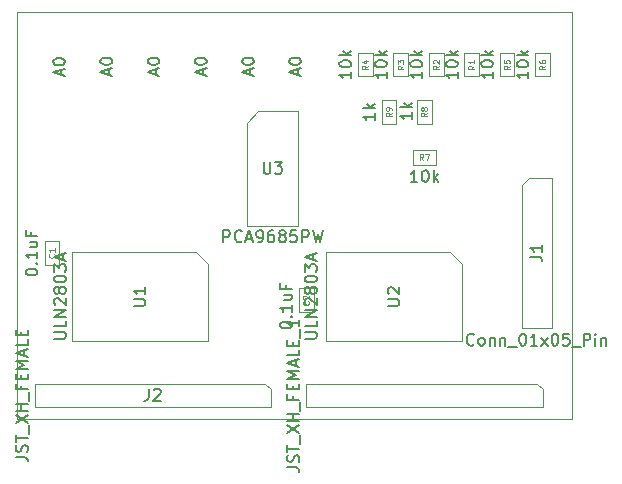
<source format=gbr>
%TF.GenerationSoftware,KiCad,Pcbnew,8.0.4*%
%TF.CreationDate,2024-10-03T15:25:37-05:00*%
%TF.ProjectId,Haptics PWM module,48617074-6963-4732-9050-574d206d6f64,rev?*%
%TF.SameCoordinates,Original*%
%TF.FileFunction,Profile,NP*%
%FSLAX46Y46*%
G04 Gerber Fmt 4.6, Leading zero omitted, Abs format (unit mm)*
G04 Created by KiCad (PCBNEW 8.0.4) date 2024-10-03 15:25:37*
%MOMM*%
%LPD*%
G01*
G04 APERTURE LIST*
%TA.AperFunction,Profile*%
%ADD10C,0.050000*%
%TD*%
%ADD11C,0.150000*%
%ADD12C,0.080000*%
%ADD13C,0.100000*%
G04 APERTURE END LIST*
D10*
X80000000Y-112500000D02*
X127000000Y-112500000D01*
X127000000Y-147000000D01*
X80000000Y-147000000D01*
X80000000Y-112500000D01*
D11*
X83154819Y-140197618D02*
X83964342Y-140197618D01*
X83964342Y-140197618D02*
X84059580Y-140149999D01*
X84059580Y-140149999D02*
X84107200Y-140102380D01*
X84107200Y-140102380D02*
X84154819Y-140007142D01*
X84154819Y-140007142D02*
X84154819Y-139816666D01*
X84154819Y-139816666D02*
X84107200Y-139721428D01*
X84107200Y-139721428D02*
X84059580Y-139673809D01*
X84059580Y-139673809D02*
X83964342Y-139626190D01*
X83964342Y-139626190D02*
X83154819Y-139626190D01*
X84154819Y-138673809D02*
X84154819Y-139149999D01*
X84154819Y-139149999D02*
X83154819Y-139149999D01*
X84154819Y-138340475D02*
X83154819Y-138340475D01*
X83154819Y-138340475D02*
X84154819Y-137769047D01*
X84154819Y-137769047D02*
X83154819Y-137769047D01*
X83250057Y-137340475D02*
X83202438Y-137292856D01*
X83202438Y-137292856D02*
X83154819Y-137197618D01*
X83154819Y-137197618D02*
X83154819Y-136959523D01*
X83154819Y-136959523D02*
X83202438Y-136864285D01*
X83202438Y-136864285D02*
X83250057Y-136816666D01*
X83250057Y-136816666D02*
X83345295Y-136769047D01*
X83345295Y-136769047D02*
X83440533Y-136769047D01*
X83440533Y-136769047D02*
X83583390Y-136816666D01*
X83583390Y-136816666D02*
X84154819Y-137388094D01*
X84154819Y-137388094D02*
X84154819Y-136769047D01*
X83583390Y-136197618D02*
X83535771Y-136292856D01*
X83535771Y-136292856D02*
X83488152Y-136340475D01*
X83488152Y-136340475D02*
X83392914Y-136388094D01*
X83392914Y-136388094D02*
X83345295Y-136388094D01*
X83345295Y-136388094D02*
X83250057Y-136340475D01*
X83250057Y-136340475D02*
X83202438Y-136292856D01*
X83202438Y-136292856D02*
X83154819Y-136197618D01*
X83154819Y-136197618D02*
X83154819Y-136007142D01*
X83154819Y-136007142D02*
X83202438Y-135911904D01*
X83202438Y-135911904D02*
X83250057Y-135864285D01*
X83250057Y-135864285D02*
X83345295Y-135816666D01*
X83345295Y-135816666D02*
X83392914Y-135816666D01*
X83392914Y-135816666D02*
X83488152Y-135864285D01*
X83488152Y-135864285D02*
X83535771Y-135911904D01*
X83535771Y-135911904D02*
X83583390Y-136007142D01*
X83583390Y-136007142D02*
X83583390Y-136197618D01*
X83583390Y-136197618D02*
X83631009Y-136292856D01*
X83631009Y-136292856D02*
X83678628Y-136340475D01*
X83678628Y-136340475D02*
X83773866Y-136388094D01*
X83773866Y-136388094D02*
X83964342Y-136388094D01*
X83964342Y-136388094D02*
X84059580Y-136340475D01*
X84059580Y-136340475D02*
X84107200Y-136292856D01*
X84107200Y-136292856D02*
X84154819Y-136197618D01*
X84154819Y-136197618D02*
X84154819Y-136007142D01*
X84154819Y-136007142D02*
X84107200Y-135911904D01*
X84107200Y-135911904D02*
X84059580Y-135864285D01*
X84059580Y-135864285D02*
X83964342Y-135816666D01*
X83964342Y-135816666D02*
X83773866Y-135816666D01*
X83773866Y-135816666D02*
X83678628Y-135864285D01*
X83678628Y-135864285D02*
X83631009Y-135911904D01*
X83631009Y-135911904D02*
X83583390Y-136007142D01*
X83154819Y-135197618D02*
X83154819Y-135102380D01*
X83154819Y-135102380D02*
X83202438Y-135007142D01*
X83202438Y-135007142D02*
X83250057Y-134959523D01*
X83250057Y-134959523D02*
X83345295Y-134911904D01*
X83345295Y-134911904D02*
X83535771Y-134864285D01*
X83535771Y-134864285D02*
X83773866Y-134864285D01*
X83773866Y-134864285D02*
X83964342Y-134911904D01*
X83964342Y-134911904D02*
X84059580Y-134959523D01*
X84059580Y-134959523D02*
X84107200Y-135007142D01*
X84107200Y-135007142D02*
X84154819Y-135102380D01*
X84154819Y-135102380D02*
X84154819Y-135197618D01*
X84154819Y-135197618D02*
X84107200Y-135292856D01*
X84107200Y-135292856D02*
X84059580Y-135340475D01*
X84059580Y-135340475D02*
X83964342Y-135388094D01*
X83964342Y-135388094D02*
X83773866Y-135435713D01*
X83773866Y-135435713D02*
X83535771Y-135435713D01*
X83535771Y-135435713D02*
X83345295Y-135388094D01*
X83345295Y-135388094D02*
X83250057Y-135340475D01*
X83250057Y-135340475D02*
X83202438Y-135292856D01*
X83202438Y-135292856D02*
X83154819Y-135197618D01*
X83154819Y-134530951D02*
X83154819Y-133911904D01*
X83154819Y-133911904D02*
X83535771Y-134245237D01*
X83535771Y-134245237D02*
X83535771Y-134102380D01*
X83535771Y-134102380D02*
X83583390Y-134007142D01*
X83583390Y-134007142D02*
X83631009Y-133959523D01*
X83631009Y-133959523D02*
X83726247Y-133911904D01*
X83726247Y-133911904D02*
X83964342Y-133911904D01*
X83964342Y-133911904D02*
X84059580Y-133959523D01*
X84059580Y-133959523D02*
X84107200Y-134007142D01*
X84107200Y-134007142D02*
X84154819Y-134102380D01*
X84154819Y-134102380D02*
X84154819Y-134388094D01*
X84154819Y-134388094D02*
X84107200Y-134483332D01*
X84107200Y-134483332D02*
X84059580Y-134530951D01*
X83869104Y-133530951D02*
X83869104Y-133054761D01*
X84154819Y-133626189D02*
X83154819Y-133292856D01*
X83154819Y-133292856D02*
X84154819Y-132959523D01*
X89874819Y-137411904D02*
X90684342Y-137411904D01*
X90684342Y-137411904D02*
X90779580Y-137364285D01*
X90779580Y-137364285D02*
X90827200Y-137316666D01*
X90827200Y-137316666D02*
X90874819Y-137221428D01*
X90874819Y-137221428D02*
X90874819Y-137030952D01*
X90874819Y-137030952D02*
X90827200Y-136935714D01*
X90827200Y-136935714D02*
X90779580Y-136888095D01*
X90779580Y-136888095D02*
X90684342Y-136840476D01*
X90684342Y-136840476D02*
X89874819Y-136840476D01*
X90874819Y-135840476D02*
X90874819Y-136411904D01*
X90874819Y-136126190D02*
X89874819Y-136126190D01*
X89874819Y-136126190D02*
X90017676Y-136221428D01*
X90017676Y-136221428D02*
X90112914Y-136316666D01*
X90112914Y-136316666D02*
X90160533Y-136411904D01*
X110304819Y-121119047D02*
X110304819Y-121690475D01*
X110304819Y-121404761D02*
X109304819Y-121404761D01*
X109304819Y-121404761D02*
X109447676Y-121499999D01*
X109447676Y-121499999D02*
X109542914Y-121595237D01*
X109542914Y-121595237D02*
X109590533Y-121690475D01*
X110304819Y-120690475D02*
X109304819Y-120690475D01*
X109923866Y-120595237D02*
X110304819Y-120309523D01*
X109638152Y-120309523D02*
X110019104Y-120690475D01*
D12*
X111727149Y-121083333D02*
X111489054Y-121249999D01*
X111727149Y-121369047D02*
X111227149Y-121369047D01*
X111227149Y-121369047D02*
X111227149Y-121178571D01*
X111227149Y-121178571D02*
X111250959Y-121130952D01*
X111250959Y-121130952D02*
X111274768Y-121107142D01*
X111274768Y-121107142D02*
X111322387Y-121083333D01*
X111322387Y-121083333D02*
X111393816Y-121083333D01*
X111393816Y-121083333D02*
X111441435Y-121107142D01*
X111441435Y-121107142D02*
X111465244Y-121130952D01*
X111465244Y-121130952D02*
X111489054Y-121178571D01*
X111489054Y-121178571D02*
X111489054Y-121369047D01*
X111727149Y-120845237D02*
X111727149Y-120749999D01*
X111727149Y-120749999D02*
X111703340Y-120702380D01*
X111703340Y-120702380D02*
X111679530Y-120678571D01*
X111679530Y-120678571D02*
X111608101Y-120630952D01*
X111608101Y-120630952D02*
X111512863Y-120607142D01*
X111512863Y-120607142D02*
X111322387Y-120607142D01*
X111322387Y-120607142D02*
X111274768Y-120630952D01*
X111274768Y-120630952D02*
X111250959Y-120654761D01*
X111250959Y-120654761D02*
X111227149Y-120702380D01*
X111227149Y-120702380D02*
X111227149Y-120797618D01*
X111227149Y-120797618D02*
X111250959Y-120845237D01*
X111250959Y-120845237D02*
X111274768Y-120869047D01*
X111274768Y-120869047D02*
X111322387Y-120892856D01*
X111322387Y-120892856D02*
X111441435Y-120892856D01*
X111441435Y-120892856D02*
X111489054Y-120869047D01*
X111489054Y-120869047D02*
X111512863Y-120845237D01*
X111512863Y-120845237D02*
X111536673Y-120797618D01*
X111536673Y-120797618D02*
X111536673Y-120702380D01*
X111536673Y-120702380D02*
X111512863Y-120654761D01*
X111512863Y-120654761D02*
X111489054Y-120630952D01*
X111489054Y-120630952D02*
X111441435Y-120607142D01*
D11*
X102894819Y-151071429D02*
X103609104Y-151071429D01*
X103609104Y-151071429D02*
X103751961Y-151119048D01*
X103751961Y-151119048D02*
X103847200Y-151214286D01*
X103847200Y-151214286D02*
X103894819Y-151357143D01*
X103894819Y-151357143D02*
X103894819Y-151452381D01*
X103847200Y-150642857D02*
X103894819Y-150500000D01*
X103894819Y-150500000D02*
X103894819Y-150261905D01*
X103894819Y-150261905D02*
X103847200Y-150166667D01*
X103847200Y-150166667D02*
X103799580Y-150119048D01*
X103799580Y-150119048D02*
X103704342Y-150071429D01*
X103704342Y-150071429D02*
X103609104Y-150071429D01*
X103609104Y-150071429D02*
X103513866Y-150119048D01*
X103513866Y-150119048D02*
X103466247Y-150166667D01*
X103466247Y-150166667D02*
X103418628Y-150261905D01*
X103418628Y-150261905D02*
X103371009Y-150452381D01*
X103371009Y-150452381D02*
X103323390Y-150547619D01*
X103323390Y-150547619D02*
X103275771Y-150595238D01*
X103275771Y-150595238D02*
X103180533Y-150642857D01*
X103180533Y-150642857D02*
X103085295Y-150642857D01*
X103085295Y-150642857D02*
X102990057Y-150595238D01*
X102990057Y-150595238D02*
X102942438Y-150547619D01*
X102942438Y-150547619D02*
X102894819Y-150452381D01*
X102894819Y-150452381D02*
X102894819Y-150214286D01*
X102894819Y-150214286D02*
X102942438Y-150071429D01*
X102894819Y-149785714D02*
X102894819Y-149214286D01*
X103894819Y-149500000D02*
X102894819Y-149500000D01*
X103990057Y-149119048D02*
X103990057Y-148357143D01*
X102894819Y-148214285D02*
X103894819Y-147547619D01*
X102894819Y-147547619D02*
X103894819Y-148214285D01*
X103894819Y-147166666D02*
X102894819Y-147166666D01*
X103371009Y-147166666D02*
X103371009Y-146595238D01*
X103894819Y-146595238D02*
X102894819Y-146595238D01*
X103990057Y-146357143D02*
X103990057Y-145595238D01*
X103371009Y-145023809D02*
X103371009Y-145357142D01*
X103894819Y-145357142D02*
X102894819Y-145357142D01*
X102894819Y-145357142D02*
X102894819Y-144880952D01*
X103371009Y-144499999D02*
X103371009Y-144166666D01*
X103894819Y-144023809D02*
X103894819Y-144499999D01*
X103894819Y-144499999D02*
X102894819Y-144499999D01*
X102894819Y-144499999D02*
X102894819Y-144023809D01*
X103894819Y-143595237D02*
X102894819Y-143595237D01*
X102894819Y-143595237D02*
X103609104Y-143261904D01*
X103609104Y-143261904D02*
X102894819Y-142928571D01*
X102894819Y-142928571D02*
X103894819Y-142928571D01*
X103609104Y-142499999D02*
X103609104Y-142023809D01*
X103894819Y-142595237D02*
X102894819Y-142261904D01*
X102894819Y-142261904D02*
X103894819Y-141928571D01*
X103894819Y-141119047D02*
X103894819Y-141595237D01*
X103894819Y-141595237D02*
X102894819Y-141595237D01*
X103371009Y-140785713D02*
X103371009Y-140452380D01*
X103894819Y-140309523D02*
X103894819Y-140785713D01*
X103894819Y-140785713D02*
X102894819Y-140785713D01*
X102894819Y-140785713D02*
X102894819Y-140309523D01*
X103990057Y-140119047D02*
X103990057Y-139357142D01*
X103894819Y-138595237D02*
X103894819Y-139166665D01*
X103894819Y-138880951D02*
X102894819Y-138880951D01*
X102894819Y-138880951D02*
X103037676Y-138976189D01*
X103037676Y-138976189D02*
X103132914Y-139071427D01*
X103132914Y-139071427D02*
X103180533Y-139166665D01*
X120304819Y-117595238D02*
X120304819Y-118166666D01*
X120304819Y-117880952D02*
X119304819Y-117880952D01*
X119304819Y-117880952D02*
X119447676Y-117976190D01*
X119447676Y-117976190D02*
X119542914Y-118071428D01*
X119542914Y-118071428D02*
X119590533Y-118166666D01*
X119304819Y-116976190D02*
X119304819Y-116880952D01*
X119304819Y-116880952D02*
X119352438Y-116785714D01*
X119352438Y-116785714D02*
X119400057Y-116738095D01*
X119400057Y-116738095D02*
X119495295Y-116690476D01*
X119495295Y-116690476D02*
X119685771Y-116642857D01*
X119685771Y-116642857D02*
X119923866Y-116642857D01*
X119923866Y-116642857D02*
X120114342Y-116690476D01*
X120114342Y-116690476D02*
X120209580Y-116738095D01*
X120209580Y-116738095D02*
X120257200Y-116785714D01*
X120257200Y-116785714D02*
X120304819Y-116880952D01*
X120304819Y-116880952D02*
X120304819Y-116976190D01*
X120304819Y-116976190D02*
X120257200Y-117071428D01*
X120257200Y-117071428D02*
X120209580Y-117119047D01*
X120209580Y-117119047D02*
X120114342Y-117166666D01*
X120114342Y-117166666D02*
X119923866Y-117214285D01*
X119923866Y-117214285D02*
X119685771Y-117214285D01*
X119685771Y-117214285D02*
X119495295Y-117166666D01*
X119495295Y-117166666D02*
X119400057Y-117119047D01*
X119400057Y-117119047D02*
X119352438Y-117071428D01*
X119352438Y-117071428D02*
X119304819Y-116976190D01*
X120304819Y-116214285D02*
X119304819Y-116214285D01*
X119923866Y-116119047D02*
X120304819Y-115833333D01*
X119638152Y-115833333D02*
X120019104Y-116214285D01*
D12*
X121727149Y-117083333D02*
X121489054Y-117249999D01*
X121727149Y-117369047D02*
X121227149Y-117369047D01*
X121227149Y-117369047D02*
X121227149Y-117178571D01*
X121227149Y-117178571D02*
X121250959Y-117130952D01*
X121250959Y-117130952D02*
X121274768Y-117107142D01*
X121274768Y-117107142D02*
X121322387Y-117083333D01*
X121322387Y-117083333D02*
X121393816Y-117083333D01*
X121393816Y-117083333D02*
X121441435Y-117107142D01*
X121441435Y-117107142D02*
X121465244Y-117130952D01*
X121465244Y-117130952D02*
X121489054Y-117178571D01*
X121489054Y-117178571D02*
X121489054Y-117369047D01*
X121227149Y-116630952D02*
X121227149Y-116869047D01*
X121227149Y-116869047D02*
X121465244Y-116892856D01*
X121465244Y-116892856D02*
X121441435Y-116869047D01*
X121441435Y-116869047D02*
X121417625Y-116821428D01*
X121417625Y-116821428D02*
X121417625Y-116702380D01*
X121417625Y-116702380D02*
X121441435Y-116654761D01*
X121441435Y-116654761D02*
X121465244Y-116630952D01*
X121465244Y-116630952D02*
X121512863Y-116607142D01*
X121512863Y-116607142D02*
X121631911Y-116607142D01*
X121631911Y-116607142D02*
X121679530Y-116630952D01*
X121679530Y-116630952D02*
X121703340Y-116654761D01*
X121703340Y-116654761D02*
X121727149Y-116702380D01*
X121727149Y-116702380D02*
X121727149Y-116821428D01*
X121727149Y-116821428D02*
X121703340Y-116869047D01*
X121703340Y-116869047D02*
X121679530Y-116892856D01*
D11*
X95769104Y-117851785D02*
X95769104Y-117375595D01*
X96054819Y-117947023D02*
X95054819Y-117613690D01*
X95054819Y-117613690D02*
X96054819Y-117280357D01*
X95054819Y-116756547D02*
X95054819Y-116661309D01*
X95054819Y-116661309D02*
X95102438Y-116566071D01*
X95102438Y-116566071D02*
X95150057Y-116518452D01*
X95150057Y-116518452D02*
X95245295Y-116470833D01*
X95245295Y-116470833D02*
X95435771Y-116423214D01*
X95435771Y-116423214D02*
X95673866Y-116423214D01*
X95673866Y-116423214D02*
X95864342Y-116470833D01*
X95864342Y-116470833D02*
X95959580Y-116518452D01*
X95959580Y-116518452D02*
X96007200Y-116566071D01*
X96007200Y-116566071D02*
X96054819Y-116661309D01*
X96054819Y-116661309D02*
X96054819Y-116756547D01*
X96054819Y-116756547D02*
X96007200Y-116851785D01*
X96007200Y-116851785D02*
X95959580Y-116899404D01*
X95959580Y-116899404D02*
X95864342Y-116947023D01*
X95864342Y-116947023D02*
X95673866Y-116994642D01*
X95673866Y-116994642D02*
X95435771Y-116994642D01*
X95435771Y-116994642D02*
X95245295Y-116947023D01*
X95245295Y-116947023D02*
X95150057Y-116899404D01*
X95150057Y-116899404D02*
X95102438Y-116851785D01*
X95102438Y-116851785D02*
X95054819Y-116756547D01*
X103769104Y-117851785D02*
X103769104Y-117375595D01*
X104054819Y-117947023D02*
X103054819Y-117613690D01*
X103054819Y-117613690D02*
X104054819Y-117280357D01*
X103054819Y-116756547D02*
X103054819Y-116661309D01*
X103054819Y-116661309D02*
X103102438Y-116566071D01*
X103102438Y-116566071D02*
X103150057Y-116518452D01*
X103150057Y-116518452D02*
X103245295Y-116470833D01*
X103245295Y-116470833D02*
X103435771Y-116423214D01*
X103435771Y-116423214D02*
X103673866Y-116423214D01*
X103673866Y-116423214D02*
X103864342Y-116470833D01*
X103864342Y-116470833D02*
X103959580Y-116518452D01*
X103959580Y-116518452D02*
X104007200Y-116566071D01*
X104007200Y-116566071D02*
X104054819Y-116661309D01*
X104054819Y-116661309D02*
X104054819Y-116756547D01*
X104054819Y-116756547D02*
X104007200Y-116851785D01*
X104007200Y-116851785D02*
X103959580Y-116899404D01*
X103959580Y-116899404D02*
X103864342Y-116947023D01*
X103864342Y-116947023D02*
X103673866Y-116994642D01*
X103673866Y-116994642D02*
X103435771Y-116994642D01*
X103435771Y-116994642D02*
X103245295Y-116947023D01*
X103245295Y-116947023D02*
X103150057Y-116899404D01*
X103150057Y-116899404D02*
X103102438Y-116851785D01*
X103102438Y-116851785D02*
X103054819Y-116756547D01*
X108304819Y-117595238D02*
X108304819Y-118166666D01*
X108304819Y-117880952D02*
X107304819Y-117880952D01*
X107304819Y-117880952D02*
X107447676Y-117976190D01*
X107447676Y-117976190D02*
X107542914Y-118071428D01*
X107542914Y-118071428D02*
X107590533Y-118166666D01*
X107304819Y-116976190D02*
X107304819Y-116880952D01*
X107304819Y-116880952D02*
X107352438Y-116785714D01*
X107352438Y-116785714D02*
X107400057Y-116738095D01*
X107400057Y-116738095D02*
X107495295Y-116690476D01*
X107495295Y-116690476D02*
X107685771Y-116642857D01*
X107685771Y-116642857D02*
X107923866Y-116642857D01*
X107923866Y-116642857D02*
X108114342Y-116690476D01*
X108114342Y-116690476D02*
X108209580Y-116738095D01*
X108209580Y-116738095D02*
X108257200Y-116785714D01*
X108257200Y-116785714D02*
X108304819Y-116880952D01*
X108304819Y-116880952D02*
X108304819Y-116976190D01*
X108304819Y-116976190D02*
X108257200Y-117071428D01*
X108257200Y-117071428D02*
X108209580Y-117119047D01*
X108209580Y-117119047D02*
X108114342Y-117166666D01*
X108114342Y-117166666D02*
X107923866Y-117214285D01*
X107923866Y-117214285D02*
X107685771Y-117214285D01*
X107685771Y-117214285D02*
X107495295Y-117166666D01*
X107495295Y-117166666D02*
X107400057Y-117119047D01*
X107400057Y-117119047D02*
X107352438Y-117071428D01*
X107352438Y-117071428D02*
X107304819Y-116976190D01*
X108304819Y-116214285D02*
X107304819Y-116214285D01*
X107923866Y-116119047D02*
X108304819Y-115833333D01*
X107638152Y-115833333D02*
X108019104Y-116214285D01*
D12*
X109727149Y-117083333D02*
X109489054Y-117249999D01*
X109727149Y-117369047D02*
X109227149Y-117369047D01*
X109227149Y-117369047D02*
X109227149Y-117178571D01*
X109227149Y-117178571D02*
X109250959Y-117130952D01*
X109250959Y-117130952D02*
X109274768Y-117107142D01*
X109274768Y-117107142D02*
X109322387Y-117083333D01*
X109322387Y-117083333D02*
X109393816Y-117083333D01*
X109393816Y-117083333D02*
X109441435Y-117107142D01*
X109441435Y-117107142D02*
X109465244Y-117130952D01*
X109465244Y-117130952D02*
X109489054Y-117178571D01*
X109489054Y-117178571D02*
X109489054Y-117369047D01*
X109393816Y-116654761D02*
X109727149Y-116654761D01*
X109203340Y-116773809D02*
X109560482Y-116892856D01*
X109560482Y-116892856D02*
X109560482Y-116583333D01*
D11*
X113903076Y-126934928D02*
X113331648Y-126934928D01*
X113617362Y-126934928D02*
X113617362Y-125934928D01*
X113617362Y-125934928D02*
X113522124Y-126077785D01*
X113522124Y-126077785D02*
X113426886Y-126173023D01*
X113426886Y-126173023D02*
X113331648Y-126220642D01*
X114522124Y-125934928D02*
X114617362Y-125934928D01*
X114617362Y-125934928D02*
X114712600Y-125982547D01*
X114712600Y-125982547D02*
X114760219Y-126030166D01*
X114760219Y-126030166D02*
X114807838Y-126125404D01*
X114807838Y-126125404D02*
X114855457Y-126315880D01*
X114855457Y-126315880D02*
X114855457Y-126553975D01*
X114855457Y-126553975D02*
X114807838Y-126744451D01*
X114807838Y-126744451D02*
X114760219Y-126839689D01*
X114760219Y-126839689D02*
X114712600Y-126887309D01*
X114712600Y-126887309D02*
X114617362Y-126934928D01*
X114617362Y-126934928D02*
X114522124Y-126934928D01*
X114522124Y-126934928D02*
X114426886Y-126887309D01*
X114426886Y-126887309D02*
X114379267Y-126839689D01*
X114379267Y-126839689D02*
X114331648Y-126744451D01*
X114331648Y-126744451D02*
X114284029Y-126553975D01*
X114284029Y-126553975D02*
X114284029Y-126315880D01*
X114284029Y-126315880D02*
X114331648Y-126125404D01*
X114331648Y-126125404D02*
X114379267Y-126030166D01*
X114379267Y-126030166D02*
X114426886Y-125982547D01*
X114426886Y-125982547D02*
X114522124Y-125934928D01*
X115284029Y-126934928D02*
X115284029Y-125934928D01*
X115379267Y-126553975D02*
X115664981Y-126934928D01*
X115664981Y-126268261D02*
X115284029Y-126649213D01*
D12*
X114414981Y-125057258D02*
X114248315Y-124819163D01*
X114129267Y-125057258D02*
X114129267Y-124557258D01*
X114129267Y-124557258D02*
X114319743Y-124557258D01*
X114319743Y-124557258D02*
X114367362Y-124581068D01*
X114367362Y-124581068D02*
X114391172Y-124604877D01*
X114391172Y-124604877D02*
X114414981Y-124652496D01*
X114414981Y-124652496D02*
X114414981Y-124723925D01*
X114414981Y-124723925D02*
X114391172Y-124771544D01*
X114391172Y-124771544D02*
X114367362Y-124795353D01*
X114367362Y-124795353D02*
X114319743Y-124819163D01*
X114319743Y-124819163D02*
X114129267Y-124819163D01*
X114581648Y-124557258D02*
X114914981Y-124557258D01*
X114914981Y-124557258D02*
X114700696Y-125057258D01*
D11*
X123304819Y-117595238D02*
X123304819Y-118166666D01*
X123304819Y-117880952D02*
X122304819Y-117880952D01*
X122304819Y-117880952D02*
X122447676Y-117976190D01*
X122447676Y-117976190D02*
X122542914Y-118071428D01*
X122542914Y-118071428D02*
X122590533Y-118166666D01*
X122304819Y-116976190D02*
X122304819Y-116880952D01*
X122304819Y-116880952D02*
X122352438Y-116785714D01*
X122352438Y-116785714D02*
X122400057Y-116738095D01*
X122400057Y-116738095D02*
X122495295Y-116690476D01*
X122495295Y-116690476D02*
X122685771Y-116642857D01*
X122685771Y-116642857D02*
X122923866Y-116642857D01*
X122923866Y-116642857D02*
X123114342Y-116690476D01*
X123114342Y-116690476D02*
X123209580Y-116738095D01*
X123209580Y-116738095D02*
X123257200Y-116785714D01*
X123257200Y-116785714D02*
X123304819Y-116880952D01*
X123304819Y-116880952D02*
X123304819Y-116976190D01*
X123304819Y-116976190D02*
X123257200Y-117071428D01*
X123257200Y-117071428D02*
X123209580Y-117119047D01*
X123209580Y-117119047D02*
X123114342Y-117166666D01*
X123114342Y-117166666D02*
X122923866Y-117214285D01*
X122923866Y-117214285D02*
X122685771Y-117214285D01*
X122685771Y-117214285D02*
X122495295Y-117166666D01*
X122495295Y-117166666D02*
X122400057Y-117119047D01*
X122400057Y-117119047D02*
X122352438Y-117071428D01*
X122352438Y-117071428D02*
X122304819Y-116976190D01*
X123304819Y-116214285D02*
X122304819Y-116214285D01*
X122923866Y-116119047D02*
X123304819Y-115833333D01*
X122638152Y-115833333D02*
X123019104Y-116214285D01*
D12*
X124727149Y-117083333D02*
X124489054Y-117249999D01*
X124727149Y-117369047D02*
X124227149Y-117369047D01*
X124227149Y-117369047D02*
X124227149Y-117178571D01*
X124227149Y-117178571D02*
X124250959Y-117130952D01*
X124250959Y-117130952D02*
X124274768Y-117107142D01*
X124274768Y-117107142D02*
X124322387Y-117083333D01*
X124322387Y-117083333D02*
X124393816Y-117083333D01*
X124393816Y-117083333D02*
X124441435Y-117107142D01*
X124441435Y-117107142D02*
X124465244Y-117130952D01*
X124465244Y-117130952D02*
X124489054Y-117178571D01*
X124489054Y-117178571D02*
X124489054Y-117369047D01*
X124227149Y-116654761D02*
X124227149Y-116749999D01*
X124227149Y-116749999D02*
X124250959Y-116797618D01*
X124250959Y-116797618D02*
X124274768Y-116821428D01*
X124274768Y-116821428D02*
X124346197Y-116869047D01*
X124346197Y-116869047D02*
X124441435Y-116892856D01*
X124441435Y-116892856D02*
X124631911Y-116892856D01*
X124631911Y-116892856D02*
X124679530Y-116869047D01*
X124679530Y-116869047D02*
X124703340Y-116845237D01*
X124703340Y-116845237D02*
X124727149Y-116797618D01*
X124727149Y-116797618D02*
X124727149Y-116702380D01*
X124727149Y-116702380D02*
X124703340Y-116654761D01*
X124703340Y-116654761D02*
X124679530Y-116630952D01*
X124679530Y-116630952D02*
X124631911Y-116607142D01*
X124631911Y-116607142D02*
X124512863Y-116607142D01*
X124512863Y-116607142D02*
X124465244Y-116630952D01*
X124465244Y-116630952D02*
X124441435Y-116654761D01*
X124441435Y-116654761D02*
X124417625Y-116702380D01*
X124417625Y-116702380D02*
X124417625Y-116797618D01*
X124417625Y-116797618D02*
X124441435Y-116845237D01*
X124441435Y-116845237D02*
X124465244Y-116869047D01*
X124465244Y-116869047D02*
X124512863Y-116892856D01*
D11*
X83769104Y-117901785D02*
X83769104Y-117425595D01*
X84054819Y-117997023D02*
X83054819Y-117663690D01*
X83054819Y-117663690D02*
X84054819Y-117330357D01*
X83054819Y-116806547D02*
X83054819Y-116711309D01*
X83054819Y-116711309D02*
X83102438Y-116616071D01*
X83102438Y-116616071D02*
X83150057Y-116568452D01*
X83150057Y-116568452D02*
X83245295Y-116520833D01*
X83245295Y-116520833D02*
X83435771Y-116473214D01*
X83435771Y-116473214D02*
X83673866Y-116473214D01*
X83673866Y-116473214D02*
X83864342Y-116520833D01*
X83864342Y-116520833D02*
X83959580Y-116568452D01*
X83959580Y-116568452D02*
X84007200Y-116616071D01*
X84007200Y-116616071D02*
X84054819Y-116711309D01*
X84054819Y-116711309D02*
X84054819Y-116806547D01*
X84054819Y-116806547D02*
X84007200Y-116901785D01*
X84007200Y-116901785D02*
X83959580Y-116949404D01*
X83959580Y-116949404D02*
X83864342Y-116997023D01*
X83864342Y-116997023D02*
X83673866Y-117044642D01*
X83673866Y-117044642D02*
X83435771Y-117044642D01*
X83435771Y-117044642D02*
X83245295Y-116997023D01*
X83245295Y-116997023D02*
X83150057Y-116949404D01*
X83150057Y-116949404D02*
X83102438Y-116901785D01*
X83102438Y-116901785D02*
X83054819Y-116806547D01*
X79894819Y-150214286D02*
X80609104Y-150214286D01*
X80609104Y-150214286D02*
X80751961Y-150261905D01*
X80751961Y-150261905D02*
X80847200Y-150357143D01*
X80847200Y-150357143D02*
X80894819Y-150500000D01*
X80894819Y-150500000D02*
X80894819Y-150595238D01*
X80847200Y-149785714D02*
X80894819Y-149642857D01*
X80894819Y-149642857D02*
X80894819Y-149404762D01*
X80894819Y-149404762D02*
X80847200Y-149309524D01*
X80847200Y-149309524D02*
X80799580Y-149261905D01*
X80799580Y-149261905D02*
X80704342Y-149214286D01*
X80704342Y-149214286D02*
X80609104Y-149214286D01*
X80609104Y-149214286D02*
X80513866Y-149261905D01*
X80513866Y-149261905D02*
X80466247Y-149309524D01*
X80466247Y-149309524D02*
X80418628Y-149404762D01*
X80418628Y-149404762D02*
X80371009Y-149595238D01*
X80371009Y-149595238D02*
X80323390Y-149690476D01*
X80323390Y-149690476D02*
X80275771Y-149738095D01*
X80275771Y-149738095D02*
X80180533Y-149785714D01*
X80180533Y-149785714D02*
X80085295Y-149785714D01*
X80085295Y-149785714D02*
X79990057Y-149738095D01*
X79990057Y-149738095D02*
X79942438Y-149690476D01*
X79942438Y-149690476D02*
X79894819Y-149595238D01*
X79894819Y-149595238D02*
X79894819Y-149357143D01*
X79894819Y-149357143D02*
X79942438Y-149214286D01*
X79894819Y-148928571D02*
X79894819Y-148357143D01*
X80894819Y-148642857D02*
X79894819Y-148642857D01*
X80990057Y-148261905D02*
X80990057Y-147500000D01*
X79894819Y-147357142D02*
X80894819Y-146690476D01*
X79894819Y-146690476D02*
X80894819Y-147357142D01*
X80894819Y-146309523D02*
X79894819Y-146309523D01*
X80371009Y-146309523D02*
X80371009Y-145738095D01*
X80894819Y-145738095D02*
X79894819Y-145738095D01*
X80990057Y-145500000D02*
X80990057Y-144738095D01*
X80371009Y-144166666D02*
X80371009Y-144499999D01*
X80894819Y-144499999D02*
X79894819Y-144499999D01*
X79894819Y-144499999D02*
X79894819Y-144023809D01*
X80371009Y-143642856D02*
X80371009Y-143309523D01*
X80894819Y-143166666D02*
X80894819Y-143642856D01*
X80894819Y-143642856D02*
X79894819Y-143642856D01*
X79894819Y-143642856D02*
X79894819Y-143166666D01*
X80894819Y-142738094D02*
X79894819Y-142738094D01*
X79894819Y-142738094D02*
X80609104Y-142404761D01*
X80609104Y-142404761D02*
X79894819Y-142071428D01*
X79894819Y-142071428D02*
X80894819Y-142071428D01*
X80609104Y-141642856D02*
X80609104Y-141166666D01*
X80894819Y-141738094D02*
X79894819Y-141404761D01*
X79894819Y-141404761D02*
X80894819Y-141071428D01*
X80894819Y-140261904D02*
X80894819Y-140738094D01*
X80894819Y-140738094D02*
X79894819Y-140738094D01*
X80371009Y-139928570D02*
X80371009Y-139595237D01*
X80894819Y-139452380D02*
X80894819Y-139928570D01*
X80894819Y-139928570D02*
X79894819Y-139928570D01*
X79894819Y-139928570D02*
X79894819Y-139452380D01*
X91166666Y-144454819D02*
X91166666Y-145169104D01*
X91166666Y-145169104D02*
X91119047Y-145311961D01*
X91119047Y-145311961D02*
X91023809Y-145407200D01*
X91023809Y-145407200D02*
X90880952Y-145454819D01*
X90880952Y-145454819D02*
X90785714Y-145454819D01*
X91595238Y-144550057D02*
X91642857Y-144502438D01*
X91642857Y-144502438D02*
X91738095Y-144454819D01*
X91738095Y-144454819D02*
X91976190Y-144454819D01*
X91976190Y-144454819D02*
X92071428Y-144502438D01*
X92071428Y-144502438D02*
X92119047Y-144550057D01*
X92119047Y-144550057D02*
X92166666Y-144645295D01*
X92166666Y-144645295D02*
X92166666Y-144740533D01*
X92166666Y-144740533D02*
X92119047Y-144883390D01*
X92119047Y-144883390D02*
X91547619Y-145454819D01*
X91547619Y-145454819D02*
X92166666Y-145454819D01*
X114304819Y-117595238D02*
X114304819Y-118166666D01*
X114304819Y-117880952D02*
X113304819Y-117880952D01*
X113304819Y-117880952D02*
X113447676Y-117976190D01*
X113447676Y-117976190D02*
X113542914Y-118071428D01*
X113542914Y-118071428D02*
X113590533Y-118166666D01*
X113304819Y-116976190D02*
X113304819Y-116880952D01*
X113304819Y-116880952D02*
X113352438Y-116785714D01*
X113352438Y-116785714D02*
X113400057Y-116738095D01*
X113400057Y-116738095D02*
X113495295Y-116690476D01*
X113495295Y-116690476D02*
X113685771Y-116642857D01*
X113685771Y-116642857D02*
X113923866Y-116642857D01*
X113923866Y-116642857D02*
X114114342Y-116690476D01*
X114114342Y-116690476D02*
X114209580Y-116738095D01*
X114209580Y-116738095D02*
X114257200Y-116785714D01*
X114257200Y-116785714D02*
X114304819Y-116880952D01*
X114304819Y-116880952D02*
X114304819Y-116976190D01*
X114304819Y-116976190D02*
X114257200Y-117071428D01*
X114257200Y-117071428D02*
X114209580Y-117119047D01*
X114209580Y-117119047D02*
X114114342Y-117166666D01*
X114114342Y-117166666D02*
X113923866Y-117214285D01*
X113923866Y-117214285D02*
X113685771Y-117214285D01*
X113685771Y-117214285D02*
X113495295Y-117166666D01*
X113495295Y-117166666D02*
X113400057Y-117119047D01*
X113400057Y-117119047D02*
X113352438Y-117071428D01*
X113352438Y-117071428D02*
X113304819Y-116976190D01*
X114304819Y-116214285D02*
X113304819Y-116214285D01*
X113923866Y-116119047D02*
X114304819Y-115833333D01*
X113638152Y-115833333D02*
X114019104Y-116214285D01*
D12*
X115727149Y-117083333D02*
X115489054Y-117249999D01*
X115727149Y-117369047D02*
X115227149Y-117369047D01*
X115227149Y-117369047D02*
X115227149Y-117178571D01*
X115227149Y-117178571D02*
X115250959Y-117130952D01*
X115250959Y-117130952D02*
X115274768Y-117107142D01*
X115274768Y-117107142D02*
X115322387Y-117083333D01*
X115322387Y-117083333D02*
X115393816Y-117083333D01*
X115393816Y-117083333D02*
X115441435Y-117107142D01*
X115441435Y-117107142D02*
X115465244Y-117130952D01*
X115465244Y-117130952D02*
X115489054Y-117178571D01*
X115489054Y-117178571D02*
X115489054Y-117369047D01*
X115274768Y-116892856D02*
X115250959Y-116869047D01*
X115250959Y-116869047D02*
X115227149Y-116821428D01*
X115227149Y-116821428D02*
X115227149Y-116702380D01*
X115227149Y-116702380D02*
X115250959Y-116654761D01*
X115250959Y-116654761D02*
X115274768Y-116630952D01*
X115274768Y-116630952D02*
X115322387Y-116607142D01*
X115322387Y-116607142D02*
X115370006Y-116607142D01*
X115370006Y-116607142D02*
X115441435Y-116630952D01*
X115441435Y-116630952D02*
X115727149Y-116916666D01*
X115727149Y-116916666D02*
X115727149Y-116607142D01*
D11*
X80734819Y-134592856D02*
X80734819Y-134497618D01*
X80734819Y-134497618D02*
X80782438Y-134402380D01*
X80782438Y-134402380D02*
X80830057Y-134354761D01*
X80830057Y-134354761D02*
X80925295Y-134307142D01*
X80925295Y-134307142D02*
X81115771Y-134259523D01*
X81115771Y-134259523D02*
X81353866Y-134259523D01*
X81353866Y-134259523D02*
X81544342Y-134307142D01*
X81544342Y-134307142D02*
X81639580Y-134354761D01*
X81639580Y-134354761D02*
X81687200Y-134402380D01*
X81687200Y-134402380D02*
X81734819Y-134497618D01*
X81734819Y-134497618D02*
X81734819Y-134592856D01*
X81734819Y-134592856D02*
X81687200Y-134688094D01*
X81687200Y-134688094D02*
X81639580Y-134735713D01*
X81639580Y-134735713D02*
X81544342Y-134783332D01*
X81544342Y-134783332D02*
X81353866Y-134830951D01*
X81353866Y-134830951D02*
X81115771Y-134830951D01*
X81115771Y-134830951D02*
X80925295Y-134783332D01*
X80925295Y-134783332D02*
X80830057Y-134735713D01*
X80830057Y-134735713D02*
X80782438Y-134688094D01*
X80782438Y-134688094D02*
X80734819Y-134592856D01*
X81639580Y-133830951D02*
X81687200Y-133783332D01*
X81687200Y-133783332D02*
X81734819Y-133830951D01*
X81734819Y-133830951D02*
X81687200Y-133878570D01*
X81687200Y-133878570D02*
X81639580Y-133830951D01*
X81639580Y-133830951D02*
X81734819Y-133830951D01*
X81734819Y-132830952D02*
X81734819Y-133402380D01*
X81734819Y-133116666D02*
X80734819Y-133116666D01*
X80734819Y-133116666D02*
X80877676Y-133211904D01*
X80877676Y-133211904D02*
X80972914Y-133307142D01*
X80972914Y-133307142D02*
X81020533Y-133402380D01*
X81068152Y-131973809D02*
X81734819Y-131973809D01*
X81068152Y-132402380D02*
X81591961Y-132402380D01*
X81591961Y-132402380D02*
X81687200Y-132354761D01*
X81687200Y-132354761D02*
X81734819Y-132259523D01*
X81734819Y-132259523D02*
X81734819Y-132116666D01*
X81734819Y-132116666D02*
X81687200Y-132021428D01*
X81687200Y-132021428D02*
X81639580Y-131973809D01*
X81211009Y-131164285D02*
X81211009Y-131497618D01*
X81734819Y-131497618D02*
X80734819Y-131497618D01*
X80734819Y-131497618D02*
X80734819Y-131021428D01*
D12*
X83139530Y-133033333D02*
X83163340Y-133057142D01*
X83163340Y-133057142D02*
X83187149Y-133128571D01*
X83187149Y-133128571D02*
X83187149Y-133176190D01*
X83187149Y-133176190D02*
X83163340Y-133247618D01*
X83163340Y-133247618D02*
X83115720Y-133295237D01*
X83115720Y-133295237D02*
X83068101Y-133319047D01*
X83068101Y-133319047D02*
X82972863Y-133342856D01*
X82972863Y-133342856D02*
X82901435Y-133342856D01*
X82901435Y-133342856D02*
X82806197Y-133319047D01*
X82806197Y-133319047D02*
X82758578Y-133295237D01*
X82758578Y-133295237D02*
X82710959Y-133247618D01*
X82710959Y-133247618D02*
X82687149Y-133176190D01*
X82687149Y-133176190D02*
X82687149Y-133128571D01*
X82687149Y-133128571D02*
X82710959Y-133057142D01*
X82710959Y-133057142D02*
X82734768Y-133033333D01*
X83187149Y-132557142D02*
X83187149Y-132842856D01*
X83187149Y-132699999D02*
X82687149Y-132699999D01*
X82687149Y-132699999D02*
X82758578Y-132747618D01*
X82758578Y-132747618D02*
X82806197Y-132795237D01*
X82806197Y-132795237D02*
X82830006Y-132842856D01*
D11*
X117304819Y-117595238D02*
X117304819Y-118166666D01*
X117304819Y-117880952D02*
X116304819Y-117880952D01*
X116304819Y-117880952D02*
X116447676Y-117976190D01*
X116447676Y-117976190D02*
X116542914Y-118071428D01*
X116542914Y-118071428D02*
X116590533Y-118166666D01*
X116304819Y-116976190D02*
X116304819Y-116880952D01*
X116304819Y-116880952D02*
X116352438Y-116785714D01*
X116352438Y-116785714D02*
X116400057Y-116738095D01*
X116400057Y-116738095D02*
X116495295Y-116690476D01*
X116495295Y-116690476D02*
X116685771Y-116642857D01*
X116685771Y-116642857D02*
X116923866Y-116642857D01*
X116923866Y-116642857D02*
X117114342Y-116690476D01*
X117114342Y-116690476D02*
X117209580Y-116738095D01*
X117209580Y-116738095D02*
X117257200Y-116785714D01*
X117257200Y-116785714D02*
X117304819Y-116880952D01*
X117304819Y-116880952D02*
X117304819Y-116976190D01*
X117304819Y-116976190D02*
X117257200Y-117071428D01*
X117257200Y-117071428D02*
X117209580Y-117119047D01*
X117209580Y-117119047D02*
X117114342Y-117166666D01*
X117114342Y-117166666D02*
X116923866Y-117214285D01*
X116923866Y-117214285D02*
X116685771Y-117214285D01*
X116685771Y-117214285D02*
X116495295Y-117166666D01*
X116495295Y-117166666D02*
X116400057Y-117119047D01*
X116400057Y-117119047D02*
X116352438Y-117071428D01*
X116352438Y-117071428D02*
X116304819Y-116976190D01*
X117304819Y-116214285D02*
X116304819Y-116214285D01*
X116923866Y-116119047D02*
X117304819Y-115833333D01*
X116638152Y-115833333D02*
X117019104Y-116214285D01*
D12*
X118727149Y-117083333D02*
X118489054Y-117249999D01*
X118727149Y-117369047D02*
X118227149Y-117369047D01*
X118227149Y-117369047D02*
X118227149Y-117178571D01*
X118227149Y-117178571D02*
X118250959Y-117130952D01*
X118250959Y-117130952D02*
X118274768Y-117107142D01*
X118274768Y-117107142D02*
X118322387Y-117083333D01*
X118322387Y-117083333D02*
X118393816Y-117083333D01*
X118393816Y-117083333D02*
X118441435Y-117107142D01*
X118441435Y-117107142D02*
X118465244Y-117130952D01*
X118465244Y-117130952D02*
X118489054Y-117178571D01*
X118489054Y-117178571D02*
X118489054Y-117369047D01*
X118727149Y-116607142D02*
X118727149Y-116892856D01*
X118727149Y-116749999D02*
X118227149Y-116749999D01*
X118227149Y-116749999D02*
X118298578Y-116797618D01*
X118298578Y-116797618D02*
X118346197Y-116845237D01*
X118346197Y-116845237D02*
X118370006Y-116892856D01*
D11*
X99769104Y-117851785D02*
X99769104Y-117375595D01*
X100054819Y-117947023D02*
X99054819Y-117613690D01*
X99054819Y-117613690D02*
X100054819Y-117280357D01*
X99054819Y-116756547D02*
X99054819Y-116661309D01*
X99054819Y-116661309D02*
X99102438Y-116566071D01*
X99102438Y-116566071D02*
X99150057Y-116518452D01*
X99150057Y-116518452D02*
X99245295Y-116470833D01*
X99245295Y-116470833D02*
X99435771Y-116423214D01*
X99435771Y-116423214D02*
X99673866Y-116423214D01*
X99673866Y-116423214D02*
X99864342Y-116470833D01*
X99864342Y-116470833D02*
X99959580Y-116518452D01*
X99959580Y-116518452D02*
X100007200Y-116566071D01*
X100007200Y-116566071D02*
X100054819Y-116661309D01*
X100054819Y-116661309D02*
X100054819Y-116756547D01*
X100054819Y-116756547D02*
X100007200Y-116851785D01*
X100007200Y-116851785D02*
X99959580Y-116899404D01*
X99959580Y-116899404D02*
X99864342Y-116947023D01*
X99864342Y-116947023D02*
X99673866Y-116994642D01*
X99673866Y-116994642D02*
X99435771Y-116994642D01*
X99435771Y-116994642D02*
X99245295Y-116947023D01*
X99245295Y-116947023D02*
X99150057Y-116899404D01*
X99150057Y-116899404D02*
X99102438Y-116851785D01*
X99102438Y-116851785D02*
X99054819Y-116756547D01*
X113454819Y-121031547D02*
X113454819Y-121602975D01*
X113454819Y-121317261D02*
X112454819Y-121317261D01*
X112454819Y-121317261D02*
X112597676Y-121412499D01*
X112597676Y-121412499D02*
X112692914Y-121507737D01*
X112692914Y-121507737D02*
X112740533Y-121602975D01*
X113454819Y-120602975D02*
X112454819Y-120602975D01*
X113073866Y-120507737D02*
X113454819Y-120222023D01*
X112788152Y-120222023D02*
X113169104Y-120602975D01*
D12*
X114727149Y-121083333D02*
X114489054Y-121249999D01*
X114727149Y-121369047D02*
X114227149Y-121369047D01*
X114227149Y-121369047D02*
X114227149Y-121178571D01*
X114227149Y-121178571D02*
X114250959Y-121130952D01*
X114250959Y-121130952D02*
X114274768Y-121107142D01*
X114274768Y-121107142D02*
X114322387Y-121083333D01*
X114322387Y-121083333D02*
X114393816Y-121083333D01*
X114393816Y-121083333D02*
X114441435Y-121107142D01*
X114441435Y-121107142D02*
X114465244Y-121130952D01*
X114465244Y-121130952D02*
X114489054Y-121178571D01*
X114489054Y-121178571D02*
X114489054Y-121369047D01*
X114441435Y-120797618D02*
X114417625Y-120845237D01*
X114417625Y-120845237D02*
X114393816Y-120869047D01*
X114393816Y-120869047D02*
X114346197Y-120892856D01*
X114346197Y-120892856D02*
X114322387Y-120892856D01*
X114322387Y-120892856D02*
X114274768Y-120869047D01*
X114274768Y-120869047D02*
X114250959Y-120845237D01*
X114250959Y-120845237D02*
X114227149Y-120797618D01*
X114227149Y-120797618D02*
X114227149Y-120702380D01*
X114227149Y-120702380D02*
X114250959Y-120654761D01*
X114250959Y-120654761D02*
X114274768Y-120630952D01*
X114274768Y-120630952D02*
X114322387Y-120607142D01*
X114322387Y-120607142D02*
X114346197Y-120607142D01*
X114346197Y-120607142D02*
X114393816Y-120630952D01*
X114393816Y-120630952D02*
X114417625Y-120654761D01*
X114417625Y-120654761D02*
X114441435Y-120702380D01*
X114441435Y-120702380D02*
X114441435Y-120797618D01*
X114441435Y-120797618D02*
X114465244Y-120845237D01*
X114465244Y-120845237D02*
X114489054Y-120869047D01*
X114489054Y-120869047D02*
X114536673Y-120892856D01*
X114536673Y-120892856D02*
X114631911Y-120892856D01*
X114631911Y-120892856D02*
X114679530Y-120869047D01*
X114679530Y-120869047D02*
X114703340Y-120845237D01*
X114703340Y-120845237D02*
X114727149Y-120797618D01*
X114727149Y-120797618D02*
X114727149Y-120702380D01*
X114727149Y-120702380D02*
X114703340Y-120654761D01*
X114703340Y-120654761D02*
X114679530Y-120630952D01*
X114679530Y-120630952D02*
X114631911Y-120607142D01*
X114631911Y-120607142D02*
X114536673Y-120607142D01*
X114536673Y-120607142D02*
X114489054Y-120630952D01*
X114489054Y-120630952D02*
X114465244Y-120654761D01*
X114465244Y-120654761D02*
X114441435Y-120702380D01*
D11*
X97470833Y-132029819D02*
X97470833Y-131029819D01*
X97470833Y-131029819D02*
X97851785Y-131029819D01*
X97851785Y-131029819D02*
X97947023Y-131077438D01*
X97947023Y-131077438D02*
X97994642Y-131125057D01*
X97994642Y-131125057D02*
X98042261Y-131220295D01*
X98042261Y-131220295D02*
X98042261Y-131363152D01*
X98042261Y-131363152D02*
X97994642Y-131458390D01*
X97994642Y-131458390D02*
X97947023Y-131506009D01*
X97947023Y-131506009D02*
X97851785Y-131553628D01*
X97851785Y-131553628D02*
X97470833Y-131553628D01*
X99042261Y-131934580D02*
X98994642Y-131982200D01*
X98994642Y-131982200D02*
X98851785Y-132029819D01*
X98851785Y-132029819D02*
X98756547Y-132029819D01*
X98756547Y-132029819D02*
X98613690Y-131982200D01*
X98613690Y-131982200D02*
X98518452Y-131886961D01*
X98518452Y-131886961D02*
X98470833Y-131791723D01*
X98470833Y-131791723D02*
X98423214Y-131601247D01*
X98423214Y-131601247D02*
X98423214Y-131458390D01*
X98423214Y-131458390D02*
X98470833Y-131267914D01*
X98470833Y-131267914D02*
X98518452Y-131172676D01*
X98518452Y-131172676D02*
X98613690Y-131077438D01*
X98613690Y-131077438D02*
X98756547Y-131029819D01*
X98756547Y-131029819D02*
X98851785Y-131029819D01*
X98851785Y-131029819D02*
X98994642Y-131077438D01*
X98994642Y-131077438D02*
X99042261Y-131125057D01*
X99423214Y-131744104D02*
X99899404Y-131744104D01*
X99327976Y-132029819D02*
X99661309Y-131029819D01*
X99661309Y-131029819D02*
X99994642Y-132029819D01*
X100375595Y-132029819D02*
X100566071Y-132029819D01*
X100566071Y-132029819D02*
X100661309Y-131982200D01*
X100661309Y-131982200D02*
X100708928Y-131934580D01*
X100708928Y-131934580D02*
X100804166Y-131791723D01*
X100804166Y-131791723D02*
X100851785Y-131601247D01*
X100851785Y-131601247D02*
X100851785Y-131220295D01*
X100851785Y-131220295D02*
X100804166Y-131125057D01*
X100804166Y-131125057D02*
X100756547Y-131077438D01*
X100756547Y-131077438D02*
X100661309Y-131029819D01*
X100661309Y-131029819D02*
X100470833Y-131029819D01*
X100470833Y-131029819D02*
X100375595Y-131077438D01*
X100375595Y-131077438D02*
X100327976Y-131125057D01*
X100327976Y-131125057D02*
X100280357Y-131220295D01*
X100280357Y-131220295D02*
X100280357Y-131458390D01*
X100280357Y-131458390D02*
X100327976Y-131553628D01*
X100327976Y-131553628D02*
X100375595Y-131601247D01*
X100375595Y-131601247D02*
X100470833Y-131648866D01*
X100470833Y-131648866D02*
X100661309Y-131648866D01*
X100661309Y-131648866D02*
X100756547Y-131601247D01*
X100756547Y-131601247D02*
X100804166Y-131553628D01*
X100804166Y-131553628D02*
X100851785Y-131458390D01*
X101708928Y-131029819D02*
X101518452Y-131029819D01*
X101518452Y-131029819D02*
X101423214Y-131077438D01*
X101423214Y-131077438D02*
X101375595Y-131125057D01*
X101375595Y-131125057D02*
X101280357Y-131267914D01*
X101280357Y-131267914D02*
X101232738Y-131458390D01*
X101232738Y-131458390D02*
X101232738Y-131839342D01*
X101232738Y-131839342D02*
X101280357Y-131934580D01*
X101280357Y-131934580D02*
X101327976Y-131982200D01*
X101327976Y-131982200D02*
X101423214Y-132029819D01*
X101423214Y-132029819D02*
X101613690Y-132029819D01*
X101613690Y-132029819D02*
X101708928Y-131982200D01*
X101708928Y-131982200D02*
X101756547Y-131934580D01*
X101756547Y-131934580D02*
X101804166Y-131839342D01*
X101804166Y-131839342D02*
X101804166Y-131601247D01*
X101804166Y-131601247D02*
X101756547Y-131506009D01*
X101756547Y-131506009D02*
X101708928Y-131458390D01*
X101708928Y-131458390D02*
X101613690Y-131410771D01*
X101613690Y-131410771D02*
X101423214Y-131410771D01*
X101423214Y-131410771D02*
X101327976Y-131458390D01*
X101327976Y-131458390D02*
X101280357Y-131506009D01*
X101280357Y-131506009D02*
X101232738Y-131601247D01*
X102375595Y-131458390D02*
X102280357Y-131410771D01*
X102280357Y-131410771D02*
X102232738Y-131363152D01*
X102232738Y-131363152D02*
X102185119Y-131267914D01*
X102185119Y-131267914D02*
X102185119Y-131220295D01*
X102185119Y-131220295D02*
X102232738Y-131125057D01*
X102232738Y-131125057D02*
X102280357Y-131077438D01*
X102280357Y-131077438D02*
X102375595Y-131029819D01*
X102375595Y-131029819D02*
X102566071Y-131029819D01*
X102566071Y-131029819D02*
X102661309Y-131077438D01*
X102661309Y-131077438D02*
X102708928Y-131125057D01*
X102708928Y-131125057D02*
X102756547Y-131220295D01*
X102756547Y-131220295D02*
X102756547Y-131267914D01*
X102756547Y-131267914D02*
X102708928Y-131363152D01*
X102708928Y-131363152D02*
X102661309Y-131410771D01*
X102661309Y-131410771D02*
X102566071Y-131458390D01*
X102566071Y-131458390D02*
X102375595Y-131458390D01*
X102375595Y-131458390D02*
X102280357Y-131506009D01*
X102280357Y-131506009D02*
X102232738Y-131553628D01*
X102232738Y-131553628D02*
X102185119Y-131648866D01*
X102185119Y-131648866D02*
X102185119Y-131839342D01*
X102185119Y-131839342D02*
X102232738Y-131934580D01*
X102232738Y-131934580D02*
X102280357Y-131982200D01*
X102280357Y-131982200D02*
X102375595Y-132029819D01*
X102375595Y-132029819D02*
X102566071Y-132029819D01*
X102566071Y-132029819D02*
X102661309Y-131982200D01*
X102661309Y-131982200D02*
X102708928Y-131934580D01*
X102708928Y-131934580D02*
X102756547Y-131839342D01*
X102756547Y-131839342D02*
X102756547Y-131648866D01*
X102756547Y-131648866D02*
X102708928Y-131553628D01*
X102708928Y-131553628D02*
X102661309Y-131506009D01*
X102661309Y-131506009D02*
X102566071Y-131458390D01*
X103661309Y-131029819D02*
X103185119Y-131029819D01*
X103185119Y-131029819D02*
X103137500Y-131506009D01*
X103137500Y-131506009D02*
X103185119Y-131458390D01*
X103185119Y-131458390D02*
X103280357Y-131410771D01*
X103280357Y-131410771D02*
X103518452Y-131410771D01*
X103518452Y-131410771D02*
X103613690Y-131458390D01*
X103613690Y-131458390D02*
X103661309Y-131506009D01*
X103661309Y-131506009D02*
X103708928Y-131601247D01*
X103708928Y-131601247D02*
X103708928Y-131839342D01*
X103708928Y-131839342D02*
X103661309Y-131934580D01*
X103661309Y-131934580D02*
X103613690Y-131982200D01*
X103613690Y-131982200D02*
X103518452Y-132029819D01*
X103518452Y-132029819D02*
X103280357Y-132029819D01*
X103280357Y-132029819D02*
X103185119Y-131982200D01*
X103185119Y-131982200D02*
X103137500Y-131934580D01*
X104137500Y-132029819D02*
X104137500Y-131029819D01*
X104137500Y-131029819D02*
X104518452Y-131029819D01*
X104518452Y-131029819D02*
X104613690Y-131077438D01*
X104613690Y-131077438D02*
X104661309Y-131125057D01*
X104661309Y-131125057D02*
X104708928Y-131220295D01*
X104708928Y-131220295D02*
X104708928Y-131363152D01*
X104708928Y-131363152D02*
X104661309Y-131458390D01*
X104661309Y-131458390D02*
X104613690Y-131506009D01*
X104613690Y-131506009D02*
X104518452Y-131553628D01*
X104518452Y-131553628D02*
X104137500Y-131553628D01*
X105042262Y-131029819D02*
X105280357Y-132029819D01*
X105280357Y-132029819D02*
X105470833Y-131315533D01*
X105470833Y-131315533D02*
X105661309Y-132029819D01*
X105661309Y-132029819D02*
X105899405Y-131029819D01*
X100875595Y-125229819D02*
X100875595Y-126039342D01*
X100875595Y-126039342D02*
X100923214Y-126134580D01*
X100923214Y-126134580D02*
X100970833Y-126182200D01*
X100970833Y-126182200D02*
X101066071Y-126229819D01*
X101066071Y-126229819D02*
X101256547Y-126229819D01*
X101256547Y-126229819D02*
X101351785Y-126182200D01*
X101351785Y-126182200D02*
X101399404Y-126134580D01*
X101399404Y-126134580D02*
X101447023Y-126039342D01*
X101447023Y-126039342D02*
X101447023Y-125229819D01*
X101827976Y-125229819D02*
X102447023Y-125229819D01*
X102447023Y-125229819D02*
X102113690Y-125610771D01*
X102113690Y-125610771D02*
X102256547Y-125610771D01*
X102256547Y-125610771D02*
X102351785Y-125658390D01*
X102351785Y-125658390D02*
X102399404Y-125706009D01*
X102399404Y-125706009D02*
X102447023Y-125801247D01*
X102447023Y-125801247D02*
X102447023Y-126039342D01*
X102447023Y-126039342D02*
X102399404Y-126134580D01*
X102399404Y-126134580D02*
X102351785Y-126182200D01*
X102351785Y-126182200D02*
X102256547Y-126229819D01*
X102256547Y-126229819D02*
X101970833Y-126229819D01*
X101970833Y-126229819D02*
X101875595Y-126182200D01*
X101875595Y-126182200D02*
X101827976Y-126134580D01*
X111304819Y-117595238D02*
X111304819Y-118166666D01*
X111304819Y-117880952D02*
X110304819Y-117880952D01*
X110304819Y-117880952D02*
X110447676Y-117976190D01*
X110447676Y-117976190D02*
X110542914Y-118071428D01*
X110542914Y-118071428D02*
X110590533Y-118166666D01*
X110304819Y-116976190D02*
X110304819Y-116880952D01*
X110304819Y-116880952D02*
X110352438Y-116785714D01*
X110352438Y-116785714D02*
X110400057Y-116738095D01*
X110400057Y-116738095D02*
X110495295Y-116690476D01*
X110495295Y-116690476D02*
X110685771Y-116642857D01*
X110685771Y-116642857D02*
X110923866Y-116642857D01*
X110923866Y-116642857D02*
X111114342Y-116690476D01*
X111114342Y-116690476D02*
X111209580Y-116738095D01*
X111209580Y-116738095D02*
X111257200Y-116785714D01*
X111257200Y-116785714D02*
X111304819Y-116880952D01*
X111304819Y-116880952D02*
X111304819Y-116976190D01*
X111304819Y-116976190D02*
X111257200Y-117071428D01*
X111257200Y-117071428D02*
X111209580Y-117119047D01*
X111209580Y-117119047D02*
X111114342Y-117166666D01*
X111114342Y-117166666D02*
X110923866Y-117214285D01*
X110923866Y-117214285D02*
X110685771Y-117214285D01*
X110685771Y-117214285D02*
X110495295Y-117166666D01*
X110495295Y-117166666D02*
X110400057Y-117119047D01*
X110400057Y-117119047D02*
X110352438Y-117071428D01*
X110352438Y-117071428D02*
X110304819Y-116976190D01*
X111304819Y-116214285D02*
X110304819Y-116214285D01*
X110923866Y-116119047D02*
X111304819Y-115833333D01*
X110638152Y-115833333D02*
X111019104Y-116214285D01*
D12*
X112727149Y-117083333D02*
X112489054Y-117249999D01*
X112727149Y-117369047D02*
X112227149Y-117369047D01*
X112227149Y-117369047D02*
X112227149Y-117178571D01*
X112227149Y-117178571D02*
X112250959Y-117130952D01*
X112250959Y-117130952D02*
X112274768Y-117107142D01*
X112274768Y-117107142D02*
X112322387Y-117083333D01*
X112322387Y-117083333D02*
X112393816Y-117083333D01*
X112393816Y-117083333D02*
X112441435Y-117107142D01*
X112441435Y-117107142D02*
X112465244Y-117130952D01*
X112465244Y-117130952D02*
X112489054Y-117178571D01*
X112489054Y-117178571D02*
X112489054Y-117369047D01*
X112227149Y-116916666D02*
X112227149Y-116607142D01*
X112227149Y-116607142D02*
X112417625Y-116773809D01*
X112417625Y-116773809D02*
X112417625Y-116702380D01*
X112417625Y-116702380D02*
X112441435Y-116654761D01*
X112441435Y-116654761D02*
X112465244Y-116630952D01*
X112465244Y-116630952D02*
X112512863Y-116607142D01*
X112512863Y-116607142D02*
X112631911Y-116607142D01*
X112631911Y-116607142D02*
X112679530Y-116630952D01*
X112679530Y-116630952D02*
X112703340Y-116654761D01*
X112703340Y-116654761D02*
X112727149Y-116702380D01*
X112727149Y-116702380D02*
X112727149Y-116845237D01*
X112727149Y-116845237D02*
X112703340Y-116892856D01*
X112703340Y-116892856D02*
X112679530Y-116916666D01*
D11*
X104374819Y-140197618D02*
X105184342Y-140197618D01*
X105184342Y-140197618D02*
X105279580Y-140149999D01*
X105279580Y-140149999D02*
X105327200Y-140102380D01*
X105327200Y-140102380D02*
X105374819Y-140007142D01*
X105374819Y-140007142D02*
X105374819Y-139816666D01*
X105374819Y-139816666D02*
X105327200Y-139721428D01*
X105327200Y-139721428D02*
X105279580Y-139673809D01*
X105279580Y-139673809D02*
X105184342Y-139626190D01*
X105184342Y-139626190D02*
X104374819Y-139626190D01*
X105374819Y-138673809D02*
X105374819Y-139149999D01*
X105374819Y-139149999D02*
X104374819Y-139149999D01*
X105374819Y-138340475D02*
X104374819Y-138340475D01*
X104374819Y-138340475D02*
X105374819Y-137769047D01*
X105374819Y-137769047D02*
X104374819Y-137769047D01*
X104470057Y-137340475D02*
X104422438Y-137292856D01*
X104422438Y-137292856D02*
X104374819Y-137197618D01*
X104374819Y-137197618D02*
X104374819Y-136959523D01*
X104374819Y-136959523D02*
X104422438Y-136864285D01*
X104422438Y-136864285D02*
X104470057Y-136816666D01*
X104470057Y-136816666D02*
X104565295Y-136769047D01*
X104565295Y-136769047D02*
X104660533Y-136769047D01*
X104660533Y-136769047D02*
X104803390Y-136816666D01*
X104803390Y-136816666D02*
X105374819Y-137388094D01*
X105374819Y-137388094D02*
X105374819Y-136769047D01*
X104803390Y-136197618D02*
X104755771Y-136292856D01*
X104755771Y-136292856D02*
X104708152Y-136340475D01*
X104708152Y-136340475D02*
X104612914Y-136388094D01*
X104612914Y-136388094D02*
X104565295Y-136388094D01*
X104565295Y-136388094D02*
X104470057Y-136340475D01*
X104470057Y-136340475D02*
X104422438Y-136292856D01*
X104422438Y-136292856D02*
X104374819Y-136197618D01*
X104374819Y-136197618D02*
X104374819Y-136007142D01*
X104374819Y-136007142D02*
X104422438Y-135911904D01*
X104422438Y-135911904D02*
X104470057Y-135864285D01*
X104470057Y-135864285D02*
X104565295Y-135816666D01*
X104565295Y-135816666D02*
X104612914Y-135816666D01*
X104612914Y-135816666D02*
X104708152Y-135864285D01*
X104708152Y-135864285D02*
X104755771Y-135911904D01*
X104755771Y-135911904D02*
X104803390Y-136007142D01*
X104803390Y-136007142D02*
X104803390Y-136197618D01*
X104803390Y-136197618D02*
X104851009Y-136292856D01*
X104851009Y-136292856D02*
X104898628Y-136340475D01*
X104898628Y-136340475D02*
X104993866Y-136388094D01*
X104993866Y-136388094D02*
X105184342Y-136388094D01*
X105184342Y-136388094D02*
X105279580Y-136340475D01*
X105279580Y-136340475D02*
X105327200Y-136292856D01*
X105327200Y-136292856D02*
X105374819Y-136197618D01*
X105374819Y-136197618D02*
X105374819Y-136007142D01*
X105374819Y-136007142D02*
X105327200Y-135911904D01*
X105327200Y-135911904D02*
X105279580Y-135864285D01*
X105279580Y-135864285D02*
X105184342Y-135816666D01*
X105184342Y-135816666D02*
X104993866Y-135816666D01*
X104993866Y-135816666D02*
X104898628Y-135864285D01*
X104898628Y-135864285D02*
X104851009Y-135911904D01*
X104851009Y-135911904D02*
X104803390Y-136007142D01*
X104374819Y-135197618D02*
X104374819Y-135102380D01*
X104374819Y-135102380D02*
X104422438Y-135007142D01*
X104422438Y-135007142D02*
X104470057Y-134959523D01*
X104470057Y-134959523D02*
X104565295Y-134911904D01*
X104565295Y-134911904D02*
X104755771Y-134864285D01*
X104755771Y-134864285D02*
X104993866Y-134864285D01*
X104993866Y-134864285D02*
X105184342Y-134911904D01*
X105184342Y-134911904D02*
X105279580Y-134959523D01*
X105279580Y-134959523D02*
X105327200Y-135007142D01*
X105327200Y-135007142D02*
X105374819Y-135102380D01*
X105374819Y-135102380D02*
X105374819Y-135197618D01*
X105374819Y-135197618D02*
X105327200Y-135292856D01*
X105327200Y-135292856D02*
X105279580Y-135340475D01*
X105279580Y-135340475D02*
X105184342Y-135388094D01*
X105184342Y-135388094D02*
X104993866Y-135435713D01*
X104993866Y-135435713D02*
X104755771Y-135435713D01*
X104755771Y-135435713D02*
X104565295Y-135388094D01*
X104565295Y-135388094D02*
X104470057Y-135340475D01*
X104470057Y-135340475D02*
X104422438Y-135292856D01*
X104422438Y-135292856D02*
X104374819Y-135197618D01*
X104374819Y-134530951D02*
X104374819Y-133911904D01*
X104374819Y-133911904D02*
X104755771Y-134245237D01*
X104755771Y-134245237D02*
X104755771Y-134102380D01*
X104755771Y-134102380D02*
X104803390Y-134007142D01*
X104803390Y-134007142D02*
X104851009Y-133959523D01*
X104851009Y-133959523D02*
X104946247Y-133911904D01*
X104946247Y-133911904D02*
X105184342Y-133911904D01*
X105184342Y-133911904D02*
X105279580Y-133959523D01*
X105279580Y-133959523D02*
X105327200Y-134007142D01*
X105327200Y-134007142D02*
X105374819Y-134102380D01*
X105374819Y-134102380D02*
X105374819Y-134388094D01*
X105374819Y-134388094D02*
X105327200Y-134483332D01*
X105327200Y-134483332D02*
X105279580Y-134530951D01*
X105089104Y-133530951D02*
X105089104Y-133054761D01*
X105374819Y-133626189D02*
X104374819Y-133292856D01*
X104374819Y-133292856D02*
X105374819Y-132959523D01*
X111374819Y-137411904D02*
X112184342Y-137411904D01*
X112184342Y-137411904D02*
X112279580Y-137364285D01*
X112279580Y-137364285D02*
X112327200Y-137316666D01*
X112327200Y-137316666D02*
X112374819Y-137221428D01*
X112374819Y-137221428D02*
X112374819Y-137030952D01*
X112374819Y-137030952D02*
X112327200Y-136935714D01*
X112327200Y-136935714D02*
X112279580Y-136888095D01*
X112279580Y-136888095D02*
X112184342Y-136840476D01*
X112184342Y-136840476D02*
X111374819Y-136840476D01*
X111470057Y-136411904D02*
X111422438Y-136364285D01*
X111422438Y-136364285D02*
X111374819Y-136269047D01*
X111374819Y-136269047D02*
X111374819Y-136030952D01*
X111374819Y-136030952D02*
X111422438Y-135935714D01*
X111422438Y-135935714D02*
X111470057Y-135888095D01*
X111470057Y-135888095D02*
X111565295Y-135840476D01*
X111565295Y-135840476D02*
X111660533Y-135840476D01*
X111660533Y-135840476D02*
X111803390Y-135888095D01*
X111803390Y-135888095D02*
X112374819Y-136459523D01*
X112374819Y-136459523D02*
X112374819Y-135840476D01*
X91769104Y-117851785D02*
X91769104Y-117375595D01*
X92054819Y-117947023D02*
X91054819Y-117613690D01*
X91054819Y-117613690D02*
X92054819Y-117280357D01*
X91054819Y-116756547D02*
X91054819Y-116661309D01*
X91054819Y-116661309D02*
X91102438Y-116566071D01*
X91102438Y-116566071D02*
X91150057Y-116518452D01*
X91150057Y-116518452D02*
X91245295Y-116470833D01*
X91245295Y-116470833D02*
X91435771Y-116423214D01*
X91435771Y-116423214D02*
X91673866Y-116423214D01*
X91673866Y-116423214D02*
X91864342Y-116470833D01*
X91864342Y-116470833D02*
X91959580Y-116518452D01*
X91959580Y-116518452D02*
X92007200Y-116566071D01*
X92007200Y-116566071D02*
X92054819Y-116661309D01*
X92054819Y-116661309D02*
X92054819Y-116756547D01*
X92054819Y-116756547D02*
X92007200Y-116851785D01*
X92007200Y-116851785D02*
X91959580Y-116899404D01*
X91959580Y-116899404D02*
X91864342Y-116947023D01*
X91864342Y-116947023D02*
X91673866Y-116994642D01*
X91673866Y-116994642D02*
X91435771Y-116994642D01*
X91435771Y-116994642D02*
X91245295Y-116947023D01*
X91245295Y-116947023D02*
X91150057Y-116899404D01*
X91150057Y-116899404D02*
X91102438Y-116851785D01*
X91102438Y-116851785D02*
X91054819Y-116756547D01*
X102274819Y-139092856D02*
X102274819Y-138997618D01*
X102274819Y-138997618D02*
X102322438Y-138902380D01*
X102322438Y-138902380D02*
X102370057Y-138854761D01*
X102370057Y-138854761D02*
X102465295Y-138807142D01*
X102465295Y-138807142D02*
X102655771Y-138759523D01*
X102655771Y-138759523D02*
X102893866Y-138759523D01*
X102893866Y-138759523D02*
X103084342Y-138807142D01*
X103084342Y-138807142D02*
X103179580Y-138854761D01*
X103179580Y-138854761D02*
X103227200Y-138902380D01*
X103227200Y-138902380D02*
X103274819Y-138997618D01*
X103274819Y-138997618D02*
X103274819Y-139092856D01*
X103274819Y-139092856D02*
X103227200Y-139188094D01*
X103227200Y-139188094D02*
X103179580Y-139235713D01*
X103179580Y-139235713D02*
X103084342Y-139283332D01*
X103084342Y-139283332D02*
X102893866Y-139330951D01*
X102893866Y-139330951D02*
X102655771Y-139330951D01*
X102655771Y-139330951D02*
X102465295Y-139283332D01*
X102465295Y-139283332D02*
X102370057Y-139235713D01*
X102370057Y-139235713D02*
X102322438Y-139188094D01*
X102322438Y-139188094D02*
X102274819Y-139092856D01*
X103179580Y-138330951D02*
X103227200Y-138283332D01*
X103227200Y-138283332D02*
X103274819Y-138330951D01*
X103274819Y-138330951D02*
X103227200Y-138378570D01*
X103227200Y-138378570D02*
X103179580Y-138330951D01*
X103179580Y-138330951D02*
X103274819Y-138330951D01*
X103274819Y-137330952D02*
X103274819Y-137902380D01*
X103274819Y-137616666D02*
X102274819Y-137616666D01*
X102274819Y-137616666D02*
X102417676Y-137711904D01*
X102417676Y-137711904D02*
X102512914Y-137807142D01*
X102512914Y-137807142D02*
X102560533Y-137902380D01*
X102608152Y-136473809D02*
X103274819Y-136473809D01*
X102608152Y-136902380D02*
X103131961Y-136902380D01*
X103131961Y-136902380D02*
X103227200Y-136854761D01*
X103227200Y-136854761D02*
X103274819Y-136759523D01*
X103274819Y-136759523D02*
X103274819Y-136616666D01*
X103274819Y-136616666D02*
X103227200Y-136521428D01*
X103227200Y-136521428D02*
X103179580Y-136473809D01*
X102751009Y-135664285D02*
X102751009Y-135997618D01*
X103274819Y-135997618D02*
X102274819Y-135997618D01*
X102274819Y-135997618D02*
X102274819Y-135521428D01*
D12*
X104679530Y-137033333D02*
X104703340Y-137057142D01*
X104703340Y-137057142D02*
X104727149Y-137128571D01*
X104727149Y-137128571D02*
X104727149Y-137176190D01*
X104727149Y-137176190D02*
X104703340Y-137247618D01*
X104703340Y-137247618D02*
X104655720Y-137295237D01*
X104655720Y-137295237D02*
X104608101Y-137319047D01*
X104608101Y-137319047D02*
X104512863Y-137342856D01*
X104512863Y-137342856D02*
X104441435Y-137342856D01*
X104441435Y-137342856D02*
X104346197Y-137319047D01*
X104346197Y-137319047D02*
X104298578Y-137295237D01*
X104298578Y-137295237D02*
X104250959Y-137247618D01*
X104250959Y-137247618D02*
X104227149Y-137176190D01*
X104227149Y-137176190D02*
X104227149Y-137128571D01*
X104227149Y-137128571D02*
X104250959Y-137057142D01*
X104250959Y-137057142D02*
X104274768Y-137033333D01*
X104274768Y-136842856D02*
X104250959Y-136819047D01*
X104250959Y-136819047D02*
X104227149Y-136771428D01*
X104227149Y-136771428D02*
X104227149Y-136652380D01*
X104227149Y-136652380D02*
X104250959Y-136604761D01*
X104250959Y-136604761D02*
X104274768Y-136580952D01*
X104274768Y-136580952D02*
X104322387Y-136557142D01*
X104322387Y-136557142D02*
X104370006Y-136557142D01*
X104370006Y-136557142D02*
X104441435Y-136580952D01*
X104441435Y-136580952D02*
X104727149Y-136866666D01*
X104727149Y-136866666D02*
X104727149Y-136557142D01*
D11*
X118690475Y-140689580D02*
X118642856Y-140737200D01*
X118642856Y-140737200D02*
X118499999Y-140784819D01*
X118499999Y-140784819D02*
X118404761Y-140784819D01*
X118404761Y-140784819D02*
X118261904Y-140737200D01*
X118261904Y-140737200D02*
X118166666Y-140641961D01*
X118166666Y-140641961D02*
X118119047Y-140546723D01*
X118119047Y-140546723D02*
X118071428Y-140356247D01*
X118071428Y-140356247D02*
X118071428Y-140213390D01*
X118071428Y-140213390D02*
X118119047Y-140022914D01*
X118119047Y-140022914D02*
X118166666Y-139927676D01*
X118166666Y-139927676D02*
X118261904Y-139832438D01*
X118261904Y-139832438D02*
X118404761Y-139784819D01*
X118404761Y-139784819D02*
X118499999Y-139784819D01*
X118499999Y-139784819D02*
X118642856Y-139832438D01*
X118642856Y-139832438D02*
X118690475Y-139880057D01*
X119261904Y-140784819D02*
X119166666Y-140737200D01*
X119166666Y-140737200D02*
X119119047Y-140689580D01*
X119119047Y-140689580D02*
X119071428Y-140594342D01*
X119071428Y-140594342D02*
X119071428Y-140308628D01*
X119071428Y-140308628D02*
X119119047Y-140213390D01*
X119119047Y-140213390D02*
X119166666Y-140165771D01*
X119166666Y-140165771D02*
X119261904Y-140118152D01*
X119261904Y-140118152D02*
X119404761Y-140118152D01*
X119404761Y-140118152D02*
X119499999Y-140165771D01*
X119499999Y-140165771D02*
X119547618Y-140213390D01*
X119547618Y-140213390D02*
X119595237Y-140308628D01*
X119595237Y-140308628D02*
X119595237Y-140594342D01*
X119595237Y-140594342D02*
X119547618Y-140689580D01*
X119547618Y-140689580D02*
X119499999Y-140737200D01*
X119499999Y-140737200D02*
X119404761Y-140784819D01*
X119404761Y-140784819D02*
X119261904Y-140784819D01*
X120023809Y-140118152D02*
X120023809Y-140784819D01*
X120023809Y-140213390D02*
X120071428Y-140165771D01*
X120071428Y-140165771D02*
X120166666Y-140118152D01*
X120166666Y-140118152D02*
X120309523Y-140118152D01*
X120309523Y-140118152D02*
X120404761Y-140165771D01*
X120404761Y-140165771D02*
X120452380Y-140261009D01*
X120452380Y-140261009D02*
X120452380Y-140784819D01*
X120928571Y-140118152D02*
X120928571Y-140784819D01*
X120928571Y-140213390D02*
X120976190Y-140165771D01*
X120976190Y-140165771D02*
X121071428Y-140118152D01*
X121071428Y-140118152D02*
X121214285Y-140118152D01*
X121214285Y-140118152D02*
X121309523Y-140165771D01*
X121309523Y-140165771D02*
X121357142Y-140261009D01*
X121357142Y-140261009D02*
X121357142Y-140784819D01*
X121595238Y-140880057D02*
X122357142Y-140880057D01*
X122785714Y-139784819D02*
X122880952Y-139784819D01*
X122880952Y-139784819D02*
X122976190Y-139832438D01*
X122976190Y-139832438D02*
X123023809Y-139880057D01*
X123023809Y-139880057D02*
X123071428Y-139975295D01*
X123071428Y-139975295D02*
X123119047Y-140165771D01*
X123119047Y-140165771D02*
X123119047Y-140403866D01*
X123119047Y-140403866D02*
X123071428Y-140594342D01*
X123071428Y-140594342D02*
X123023809Y-140689580D01*
X123023809Y-140689580D02*
X122976190Y-140737200D01*
X122976190Y-140737200D02*
X122880952Y-140784819D01*
X122880952Y-140784819D02*
X122785714Y-140784819D01*
X122785714Y-140784819D02*
X122690476Y-140737200D01*
X122690476Y-140737200D02*
X122642857Y-140689580D01*
X122642857Y-140689580D02*
X122595238Y-140594342D01*
X122595238Y-140594342D02*
X122547619Y-140403866D01*
X122547619Y-140403866D02*
X122547619Y-140165771D01*
X122547619Y-140165771D02*
X122595238Y-139975295D01*
X122595238Y-139975295D02*
X122642857Y-139880057D01*
X122642857Y-139880057D02*
X122690476Y-139832438D01*
X122690476Y-139832438D02*
X122785714Y-139784819D01*
X124071428Y-140784819D02*
X123500000Y-140784819D01*
X123785714Y-140784819D02*
X123785714Y-139784819D01*
X123785714Y-139784819D02*
X123690476Y-139927676D01*
X123690476Y-139927676D02*
X123595238Y-140022914D01*
X123595238Y-140022914D02*
X123500000Y-140070533D01*
X124404762Y-140784819D02*
X124928571Y-140118152D01*
X124404762Y-140118152D02*
X124928571Y-140784819D01*
X125500000Y-139784819D02*
X125595238Y-139784819D01*
X125595238Y-139784819D02*
X125690476Y-139832438D01*
X125690476Y-139832438D02*
X125738095Y-139880057D01*
X125738095Y-139880057D02*
X125785714Y-139975295D01*
X125785714Y-139975295D02*
X125833333Y-140165771D01*
X125833333Y-140165771D02*
X125833333Y-140403866D01*
X125833333Y-140403866D02*
X125785714Y-140594342D01*
X125785714Y-140594342D02*
X125738095Y-140689580D01*
X125738095Y-140689580D02*
X125690476Y-140737200D01*
X125690476Y-140737200D02*
X125595238Y-140784819D01*
X125595238Y-140784819D02*
X125500000Y-140784819D01*
X125500000Y-140784819D02*
X125404762Y-140737200D01*
X125404762Y-140737200D02*
X125357143Y-140689580D01*
X125357143Y-140689580D02*
X125309524Y-140594342D01*
X125309524Y-140594342D02*
X125261905Y-140403866D01*
X125261905Y-140403866D02*
X125261905Y-140165771D01*
X125261905Y-140165771D02*
X125309524Y-139975295D01*
X125309524Y-139975295D02*
X125357143Y-139880057D01*
X125357143Y-139880057D02*
X125404762Y-139832438D01*
X125404762Y-139832438D02*
X125500000Y-139784819D01*
X126738095Y-139784819D02*
X126261905Y-139784819D01*
X126261905Y-139784819D02*
X126214286Y-140261009D01*
X126214286Y-140261009D02*
X126261905Y-140213390D01*
X126261905Y-140213390D02*
X126357143Y-140165771D01*
X126357143Y-140165771D02*
X126595238Y-140165771D01*
X126595238Y-140165771D02*
X126690476Y-140213390D01*
X126690476Y-140213390D02*
X126738095Y-140261009D01*
X126738095Y-140261009D02*
X126785714Y-140356247D01*
X126785714Y-140356247D02*
X126785714Y-140594342D01*
X126785714Y-140594342D02*
X126738095Y-140689580D01*
X126738095Y-140689580D02*
X126690476Y-140737200D01*
X126690476Y-140737200D02*
X126595238Y-140784819D01*
X126595238Y-140784819D02*
X126357143Y-140784819D01*
X126357143Y-140784819D02*
X126261905Y-140737200D01*
X126261905Y-140737200D02*
X126214286Y-140689580D01*
X126976191Y-140880057D02*
X127738095Y-140880057D01*
X127976191Y-140784819D02*
X127976191Y-139784819D01*
X127976191Y-139784819D02*
X128357143Y-139784819D01*
X128357143Y-139784819D02*
X128452381Y-139832438D01*
X128452381Y-139832438D02*
X128500000Y-139880057D01*
X128500000Y-139880057D02*
X128547619Y-139975295D01*
X128547619Y-139975295D02*
X128547619Y-140118152D01*
X128547619Y-140118152D02*
X128500000Y-140213390D01*
X128500000Y-140213390D02*
X128452381Y-140261009D01*
X128452381Y-140261009D02*
X128357143Y-140308628D01*
X128357143Y-140308628D02*
X127976191Y-140308628D01*
X128976191Y-140784819D02*
X128976191Y-140118152D01*
X128976191Y-139784819D02*
X128928572Y-139832438D01*
X128928572Y-139832438D02*
X128976191Y-139880057D01*
X128976191Y-139880057D02*
X129023810Y-139832438D01*
X129023810Y-139832438D02*
X128976191Y-139784819D01*
X128976191Y-139784819D02*
X128976191Y-139880057D01*
X129452381Y-140118152D02*
X129452381Y-140784819D01*
X129452381Y-140213390D02*
X129500000Y-140165771D01*
X129500000Y-140165771D02*
X129595238Y-140118152D01*
X129595238Y-140118152D02*
X129738095Y-140118152D01*
X129738095Y-140118152D02*
X129833333Y-140165771D01*
X129833333Y-140165771D02*
X129880952Y-140261009D01*
X129880952Y-140261009D02*
X129880952Y-140784819D01*
X123454819Y-133253333D02*
X124169104Y-133253333D01*
X124169104Y-133253333D02*
X124311961Y-133300952D01*
X124311961Y-133300952D02*
X124407200Y-133396190D01*
X124407200Y-133396190D02*
X124454819Y-133539047D01*
X124454819Y-133539047D02*
X124454819Y-133634285D01*
X124454819Y-132253333D02*
X124454819Y-132824761D01*
X124454819Y-132539047D02*
X123454819Y-132539047D01*
X123454819Y-132539047D02*
X123597676Y-132634285D01*
X123597676Y-132634285D02*
X123692914Y-132729523D01*
X123692914Y-132729523D02*
X123740533Y-132824761D01*
X87769104Y-117851785D02*
X87769104Y-117375595D01*
X88054819Y-117947023D02*
X87054819Y-117613690D01*
X87054819Y-117613690D02*
X88054819Y-117280357D01*
X87054819Y-116756547D02*
X87054819Y-116661309D01*
X87054819Y-116661309D02*
X87102438Y-116566071D01*
X87102438Y-116566071D02*
X87150057Y-116518452D01*
X87150057Y-116518452D02*
X87245295Y-116470833D01*
X87245295Y-116470833D02*
X87435771Y-116423214D01*
X87435771Y-116423214D02*
X87673866Y-116423214D01*
X87673866Y-116423214D02*
X87864342Y-116470833D01*
X87864342Y-116470833D02*
X87959580Y-116518452D01*
X87959580Y-116518452D02*
X88007200Y-116566071D01*
X88007200Y-116566071D02*
X88054819Y-116661309D01*
X88054819Y-116661309D02*
X88054819Y-116756547D01*
X88054819Y-116756547D02*
X88007200Y-116851785D01*
X88007200Y-116851785D02*
X87959580Y-116899404D01*
X87959580Y-116899404D02*
X87864342Y-116947023D01*
X87864342Y-116947023D02*
X87673866Y-116994642D01*
X87673866Y-116994642D02*
X87435771Y-116994642D01*
X87435771Y-116994642D02*
X87245295Y-116947023D01*
X87245295Y-116947023D02*
X87150057Y-116899404D01*
X87150057Y-116899404D02*
X87102438Y-116851785D01*
X87102438Y-116851785D02*
X87054819Y-116756547D01*
D13*
%TO.C,U1*%
X84645000Y-132900000D02*
X95195000Y-132900000D01*
X84645000Y-140400000D02*
X84645000Y-132900000D01*
X95195000Y-132900000D02*
X96195000Y-133900000D01*
X96195000Y-133900000D02*
X96195000Y-140400000D01*
X96195000Y-140400000D02*
X84645000Y-140400000D01*
%TO.C,R9*%
X110875000Y-120000000D02*
X112125000Y-120000000D01*
X110875000Y-122000000D02*
X110875000Y-120000000D01*
X112125000Y-120000000D02*
X112125000Y-122000000D01*
X112125000Y-122000000D02*
X110875000Y-122000000D01*
%TO.C,J3*%
X104500000Y-144000000D02*
X124000000Y-144000000D01*
X104500000Y-146000000D02*
X104500000Y-144000000D01*
X124000000Y-144000000D02*
X124500000Y-144500000D01*
X124500000Y-144500000D02*
X124500000Y-146000000D01*
X124500000Y-146000000D02*
X104500000Y-146000000D01*
%TO.C,R5*%
X120875000Y-116000000D02*
X122125000Y-116000000D01*
X120875000Y-118000000D02*
X120875000Y-116000000D01*
X122125000Y-116000000D02*
X122125000Y-118000000D01*
X122125000Y-118000000D02*
X120875000Y-118000000D01*
%TO.C,R4*%
X108875000Y-116000000D02*
X110125000Y-116000000D01*
X108875000Y-118000000D02*
X108875000Y-116000000D01*
X110125000Y-116000000D02*
X110125000Y-118000000D01*
X110125000Y-118000000D02*
X108875000Y-118000000D01*
%TO.C,R7*%
X113498315Y-124205109D02*
X115498315Y-124205109D01*
X113498315Y-125455109D02*
X113498315Y-124205109D01*
X115498315Y-124205109D02*
X115498315Y-125455109D01*
X115498315Y-125455109D02*
X113498315Y-125455109D01*
%TO.C,R6*%
X123875000Y-116000000D02*
X125125000Y-116000000D01*
X123875000Y-118000000D02*
X123875000Y-116000000D01*
X125125000Y-116000000D02*
X125125000Y-118000000D01*
X125125000Y-118000000D02*
X123875000Y-118000000D01*
%TO.C,J2*%
X81500000Y-144000000D02*
X101000000Y-144000000D01*
X81500000Y-146000000D02*
X81500000Y-144000000D01*
X101000000Y-144000000D02*
X101500000Y-144500000D01*
X101500000Y-144500000D02*
X101500000Y-146000000D01*
X101500000Y-146000000D02*
X81500000Y-146000000D01*
%TO.C,R2*%
X114875000Y-116000000D02*
X116125000Y-116000000D01*
X114875000Y-118000000D02*
X114875000Y-116000000D01*
X116125000Y-116000000D02*
X116125000Y-118000000D01*
X116125000Y-118000000D02*
X114875000Y-118000000D01*
%TO.C,C1*%
X82335000Y-131950000D02*
X83585000Y-131950000D01*
X82335000Y-133950000D02*
X82335000Y-131950000D01*
X83585000Y-131950000D02*
X83585000Y-133950000D01*
X83585000Y-133950000D02*
X82335000Y-133950000D01*
%TO.C,R1*%
X117875000Y-116000000D02*
X119125000Y-116000000D01*
X117875000Y-118000000D02*
X117875000Y-116000000D01*
X119125000Y-116000000D02*
X119125000Y-118000000D01*
X119125000Y-118000000D02*
X117875000Y-118000000D01*
%TO.C,R8*%
X113875000Y-120000000D02*
X115125000Y-120000000D01*
X113875000Y-122000000D02*
X113875000Y-120000000D01*
X115125000Y-120000000D02*
X115125000Y-122000000D01*
X115125000Y-122000000D02*
X113875000Y-122000000D01*
%TO.C,U3*%
X99437500Y-121925000D02*
X100437500Y-120925000D01*
X99437500Y-130625000D02*
X99437500Y-121925000D01*
X100437500Y-120925000D02*
X103837500Y-120925000D01*
X103837500Y-120925000D02*
X103837500Y-130625000D01*
X103837500Y-130625000D02*
X99437500Y-130625000D01*
%TO.C,R3*%
X111875000Y-116000000D02*
X113125000Y-116000000D01*
X111875000Y-118000000D02*
X111875000Y-116000000D01*
X113125000Y-116000000D02*
X113125000Y-118000000D01*
X113125000Y-118000000D02*
X111875000Y-118000000D01*
%TO.C,U2*%
X106145000Y-132900000D02*
X116695000Y-132900000D01*
X106145000Y-140400000D02*
X106145000Y-132900000D01*
X116695000Y-132900000D02*
X117695000Y-133900000D01*
X117695000Y-133900000D02*
X117695000Y-140400000D01*
X117695000Y-140400000D02*
X106145000Y-140400000D01*
%TO.C,C2*%
X103875000Y-135950000D02*
X105125000Y-135950000D01*
X103875000Y-137950000D02*
X103875000Y-135950000D01*
X105125000Y-135950000D02*
X105125000Y-137950000D01*
X105125000Y-137950000D02*
X103875000Y-137950000D01*
%TO.C,J1*%
X122730000Y-127205000D02*
X123365000Y-126570000D01*
X122730000Y-139270000D02*
X122730000Y-127205000D01*
X123365000Y-126570000D02*
X125270000Y-126570000D01*
X125270000Y-126570000D02*
X125270000Y-139270000D01*
X125270000Y-139270000D02*
X122730000Y-139270000D01*
%TD*%
M02*

</source>
